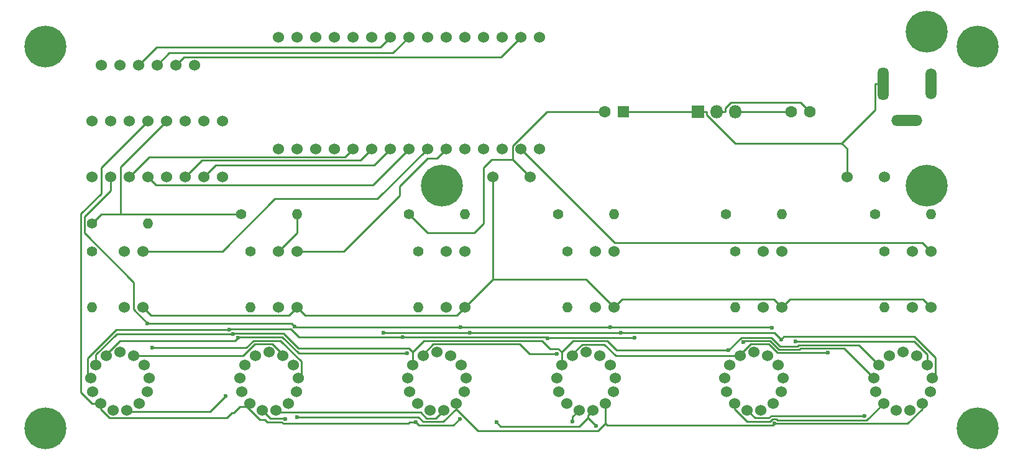
<source format=gtl>
G04 #@! TF.FileFunction,Copper,L1,Top,Signal*
%FSLAX46Y46*%
G04 Gerber Fmt 4.6, Leading zero omitted, Abs format (unit mm)*
G04 Created by KiCad (PCBNEW 4.0.7-e2-6376~58~ubuntu16.04.1) date Thu Oct 31 20:50:36 2019*
%MOMM*%
%LPD*%
G01*
G04 APERTURE LIST*
%ADD10C,0.100000*%
%ADD11C,1.524000*%
%ADD12C,1.600000*%
%ADD13R,1.600000X1.600000*%
%ADD14C,1.400000*%
%ADD15O,1.400000X1.400000*%
%ADD16R,1.800000X1.800000*%
%ADD17O,1.800000X1.800000*%
%ADD18O,1.524000X4.500000*%
%ADD19O,1.524000X4.200000*%
%ADD20O,4.200000X1.524000*%
%ADD21C,5.700000*%
%ADD22C,0.600000*%
%ADD23C,0.250000*%
G04 APERTURE END LIST*
D10*
D11*
X59690000Y-140970000D03*
X62230000Y-140970000D03*
X64770000Y-140970000D03*
X67310000Y-140970000D03*
X69850000Y-140970000D03*
X72390000Y-140970000D03*
X74930000Y-140970000D03*
X77470000Y-140970000D03*
X80010000Y-140970000D03*
X82550000Y-140970000D03*
X85090000Y-140970000D03*
X87630000Y-140970000D03*
X90170000Y-140970000D03*
X92710000Y-140970000D03*
X95250000Y-140970000D03*
X95250000Y-125730000D03*
X92710000Y-125730000D03*
X90170000Y-125730000D03*
X87630000Y-125730000D03*
X85090000Y-125730000D03*
X82550000Y-125730000D03*
X80010000Y-125730000D03*
X77470000Y-125730000D03*
X74930000Y-125730000D03*
X72390000Y-125730000D03*
X69850000Y-125730000D03*
X67310000Y-125730000D03*
X64770000Y-125730000D03*
X62230000Y-125730000D03*
X59690000Y-125730000D03*
D12*
X129540000Y-135890000D03*
X132080000Y-135890000D03*
D13*
X106680000Y-135890000D03*
D12*
X104180000Y-135890000D03*
D11*
X38100000Y-168720000D03*
X36250000Y-169180000D03*
X34810000Y-170450000D03*
X34130000Y-172240000D03*
X34360000Y-174130000D03*
X35450000Y-175710000D03*
X37150000Y-176600000D03*
X39050000Y-176600000D03*
X40750000Y-175710000D03*
X41840000Y-174130000D03*
X42070000Y-172240000D03*
X41390000Y-170450000D03*
X39950000Y-169180000D03*
X58420000Y-168720000D03*
X56570000Y-169180000D03*
X55130000Y-170450000D03*
X54450000Y-172240000D03*
X54680000Y-174130000D03*
X55770000Y-175710000D03*
X57470000Y-176600000D03*
X59370000Y-176600000D03*
X61070000Y-175710000D03*
X62160000Y-174130000D03*
X62390000Y-172240000D03*
X61710000Y-170450000D03*
X60270000Y-169180000D03*
X81280000Y-168720000D03*
X79430000Y-169180000D03*
X77990000Y-170450000D03*
X77310000Y-172240000D03*
X77540000Y-174130000D03*
X78630000Y-175710000D03*
X80330000Y-176600000D03*
X82230000Y-176600000D03*
X83930000Y-175710000D03*
X85020000Y-174130000D03*
X85250000Y-172240000D03*
X84570000Y-170450000D03*
X83130000Y-169180000D03*
X101600000Y-168720000D03*
X99750000Y-169180000D03*
X98310000Y-170450000D03*
X97630000Y-172240000D03*
X97860000Y-174130000D03*
X98950000Y-175710000D03*
X100650000Y-176600000D03*
X102550000Y-176600000D03*
X104250000Y-175710000D03*
X105340000Y-174130000D03*
X105570000Y-172240000D03*
X104890000Y-170450000D03*
X103450000Y-169180000D03*
X124460000Y-168720000D03*
X122610000Y-169180000D03*
X121170000Y-170450000D03*
X120490000Y-172240000D03*
X120720000Y-174130000D03*
X121810000Y-175710000D03*
X123510000Y-176600000D03*
X125410000Y-176600000D03*
X127110000Y-175710000D03*
X128200000Y-174130000D03*
X128430000Y-172240000D03*
X127750000Y-170450000D03*
X126310000Y-169180000D03*
X144780000Y-168720000D03*
X142930000Y-169180000D03*
X141490000Y-170450000D03*
X140810000Y-172240000D03*
X141040000Y-174130000D03*
X142130000Y-175710000D03*
X143830000Y-176600000D03*
X145730000Y-176600000D03*
X147430000Y-175710000D03*
X148520000Y-174130000D03*
X148750000Y-172240000D03*
X148070000Y-170450000D03*
X146630000Y-169180000D03*
X34290000Y-144780000D03*
X36830000Y-144780000D03*
X39370000Y-144780000D03*
X41910000Y-144780000D03*
X44450000Y-144780000D03*
X46990000Y-144780000D03*
X49530000Y-144780000D03*
X52070000Y-144780000D03*
X52070000Y-137160000D03*
X49530000Y-137160000D03*
X46990000Y-137160000D03*
X44450000Y-137160000D03*
X41910000Y-137160000D03*
X39370000Y-137160000D03*
X36830000Y-137160000D03*
X34290000Y-137160000D03*
D14*
X34290000Y-151130000D03*
D15*
X41910000Y-151130000D03*
D14*
X34290000Y-154940000D03*
D15*
X34290000Y-162560000D03*
D14*
X54610000Y-149860000D03*
D15*
X62230000Y-149860000D03*
D14*
X55880000Y-154940000D03*
D15*
X55880000Y-162560000D03*
D14*
X77470000Y-149860000D03*
D15*
X85090000Y-149860000D03*
D14*
X78740000Y-154940000D03*
D15*
X78740000Y-162560000D03*
D14*
X97790000Y-149860000D03*
D15*
X105410000Y-149860000D03*
D14*
X99060000Y-154940000D03*
D15*
X99060000Y-162560000D03*
D14*
X121920000Y-154940000D03*
D15*
X121920000Y-162560000D03*
D14*
X120650000Y-149860000D03*
D15*
X128270000Y-149860000D03*
D14*
X140970000Y-149860000D03*
D15*
X148590000Y-149860000D03*
D14*
X142240000Y-154940000D03*
D15*
X142240000Y-162560000D03*
D11*
X41275000Y-154940000D03*
X38735000Y-154940000D03*
X38735000Y-162560000D03*
X41275000Y-162560000D03*
X62230000Y-154940000D03*
X59690000Y-154940000D03*
X59690000Y-162560000D03*
X62230000Y-162560000D03*
X85090000Y-154940000D03*
X82550000Y-154940000D03*
X82550000Y-162560000D03*
X85090000Y-162560000D03*
X105410000Y-154940000D03*
X102870000Y-154940000D03*
X102870000Y-162560000D03*
X105410000Y-162560000D03*
X128270000Y-154940000D03*
X125730000Y-154940000D03*
X125730000Y-162560000D03*
X128270000Y-162560000D03*
X148590000Y-154940000D03*
X146050000Y-154940000D03*
X146050000Y-162560000D03*
X148590000Y-162560000D03*
D16*
X116840000Y-135890000D03*
D17*
X119380000Y-135890000D03*
X121920000Y-135890000D03*
D11*
X35560000Y-129540000D03*
X38100000Y-129540000D03*
X40640000Y-129540000D03*
X43180000Y-129540000D03*
X45720000Y-129540000D03*
X48260000Y-129540000D03*
X88900000Y-144780000D03*
X93980000Y-144780000D03*
X142240000Y-144780000D03*
X137160000Y-144780000D03*
D18*
X142090000Y-132080000D03*
D19*
X148590000Y-132080000D03*
D20*
X145290000Y-137080000D03*
D21*
X82000000Y-146000000D03*
X148000000Y-146000000D03*
X148000000Y-125000000D03*
X154940000Y-179070000D03*
X27940000Y-179070000D03*
X154940000Y-127000000D03*
X27940000Y-127000000D03*
D22*
X97657500Y-168970800D03*
X54163800Y-166773800D03*
X77235500Y-168881500D03*
X134584100Y-168790000D03*
X53538500Y-166201000D03*
X121004100Y-168461900D03*
X96324100Y-166834300D03*
X123047900Y-167348500D03*
X76600900Y-166669100D03*
X53005000Y-165594700D03*
X108195800Y-166703200D03*
X78431700Y-178260100D03*
X84383800Y-177820100D03*
X99764600Y-178176300D03*
X139535900Y-177376300D03*
X60655100Y-177816100D03*
X102946300Y-178773500D03*
X89435000Y-178273900D03*
X52517600Y-174683100D03*
X127252500Y-178451900D03*
X62204100Y-177578800D03*
X74006600Y-166039500D03*
X42509100Y-168114500D03*
X106325700Y-166077800D03*
X85808400Y-166039500D03*
X128158200Y-166999300D03*
X61943400Y-165226900D03*
X41876100Y-164746600D03*
X104951500Y-165305500D03*
X126930400Y-165369400D03*
X84476100Y-165313300D03*
X130168900Y-167264100D03*
D23*
X121920000Y-135890000D02*
X129540000Y-135890000D01*
X91598700Y-142398700D02*
X88741300Y-142398700D01*
X80010000Y-152400000D02*
X77470000Y-149860000D01*
X86360000Y-152400000D02*
X80010000Y-152400000D01*
X87630000Y-151130000D02*
X86360000Y-152400000D01*
X87630000Y-143510000D02*
X87630000Y-151130000D01*
X88741300Y-142398700D02*
X87630000Y-143510000D01*
X91598700Y-140537600D02*
X91598700Y-142398700D01*
X96246300Y-135890000D02*
X91598700Y-140537600D01*
X104180000Y-135890000D02*
X96246300Y-135890000D01*
X91598700Y-142398700D02*
X93980000Y-144780000D01*
X120605300Y-135430400D02*
X120605300Y-135890000D01*
X121371000Y-134664700D02*
X120605300Y-135430400D01*
X130854700Y-134664700D02*
X121371000Y-134664700D01*
X132080000Y-135890000D02*
X130854700Y-134664700D01*
X119380000Y-135890000D02*
X120605300Y-135890000D01*
X38199200Y-143410800D02*
X38199200Y-149860000D01*
X44450000Y-137160000D02*
X38199200Y-143410800D01*
X54610000Y-149860000D02*
X38199200Y-149860000D01*
X35560000Y-149860000D02*
X34290000Y-151130000D01*
X38199200Y-149860000D02*
X35560000Y-149860000D01*
X116840000Y-135890000D02*
X106680000Y-135890000D01*
X142090000Y-132080000D02*
X141002700Y-132080000D01*
X116840000Y-135890000D02*
X118065300Y-135890000D01*
X141002700Y-135677200D02*
X136451400Y-140228500D01*
X141002700Y-132080000D02*
X141002700Y-135677200D01*
X137160000Y-140937100D02*
X136451400Y-140228500D01*
X137160000Y-144780000D02*
X137160000Y-140937100D01*
X118065300Y-136349500D02*
X118065300Y-135890000D01*
X121944300Y-140228500D02*
X118065300Y-136349500D01*
X136451400Y-140228500D02*
X121944300Y-140228500D01*
X53802200Y-167135400D02*
X54163800Y-166773800D01*
X53802200Y-167135500D02*
X53802200Y-167135400D01*
X38102200Y-167135500D02*
X53802200Y-167135500D01*
X36250000Y-168987700D02*
X38102200Y-167135500D01*
X36250000Y-169180000D02*
X36250000Y-168987700D01*
X62457600Y-168881500D02*
X77235500Y-168881500D01*
X60212800Y-166636700D02*
X62457600Y-168881500D01*
X54300900Y-166636700D02*
X60212800Y-166636700D01*
X54163800Y-166773800D02*
X54300900Y-166636700D01*
X93866400Y-168970800D02*
X97657500Y-168970800D01*
X92514500Y-167618900D02*
X93866400Y-168970800D01*
X80796100Y-167618900D02*
X92514500Y-167618900D01*
X79430000Y-168985000D02*
X80796100Y-167618900D01*
X79430000Y-169180000D02*
X79430000Y-168985000D01*
X105636300Y-169180000D02*
X122610000Y-169180000D01*
X104087000Y-167630700D02*
X105636300Y-169180000D01*
X101079100Y-167630700D02*
X104087000Y-167630700D01*
X99750000Y-168959800D02*
X101079100Y-167630700D01*
X99750000Y-169180000D02*
X99750000Y-168959800D01*
X127691300Y-168790000D02*
X134584100Y-168790000D01*
X126509400Y-167608100D02*
X127691300Y-168790000D01*
X124008100Y-167608100D02*
X126509400Y-167608100D01*
X122610000Y-169006200D02*
X124008100Y-167608100D01*
X122610000Y-169180000D02*
X122610000Y-169006200D01*
X77466700Y-168140900D02*
X77990000Y-168664200D01*
X62430700Y-168140900D02*
X77466700Y-168140900D01*
X60396600Y-166106800D02*
X62430700Y-168140900D01*
X53632700Y-166106800D02*
X60396600Y-166106800D01*
X53538500Y-166201000D02*
X53632700Y-166106800D01*
X77990000Y-168664200D02*
X77990000Y-170450000D01*
X97843400Y-168230200D02*
X98310000Y-168696800D01*
X96694500Y-168230200D02*
X97843400Y-168230200D01*
X95583800Y-167119500D02*
X96694500Y-168230200D01*
X79534700Y-167119500D02*
X95583800Y-167119500D01*
X77990000Y-168664200D02*
X79534700Y-167119500D01*
X98310000Y-168696800D02*
X98310000Y-170450000D01*
X105780400Y-168461900D02*
X121004100Y-168461900D01*
X104498900Y-167180400D02*
X105780400Y-168461900D01*
X99826400Y-167180400D02*
X104498900Y-167180400D01*
X98310000Y-168696800D02*
X99826400Y-167180400D01*
X138754400Y-167714400D02*
X141490000Y-170450000D01*
X130603000Y-167714400D02*
X138754400Y-167714400D01*
X130428000Y-167889400D02*
X130603000Y-167714400D01*
X128064500Y-167889400D02*
X130428000Y-167889400D01*
X126882600Y-166707500D02*
X128064500Y-167889400D01*
X122758500Y-166707500D02*
X126882600Y-166707500D01*
X121004100Y-168461900D02*
X122758500Y-166707500D01*
X53519500Y-166220000D02*
X53538500Y-166201000D01*
X37647500Y-166220000D02*
X53519500Y-166220000D01*
X34810000Y-169057500D02*
X37647500Y-166220000D01*
X34810000Y-170450000D02*
X34810000Y-169057500D01*
X96158900Y-166669100D02*
X96324100Y-166834300D01*
X76600900Y-166669100D02*
X96158900Y-166669100D01*
X96455200Y-166703200D02*
X108195800Y-166703200D01*
X96324100Y-166834300D02*
X96455200Y-166703200D01*
X136734700Y-168164700D02*
X140810000Y-172240000D01*
X130789600Y-168164700D02*
X136734700Y-168164700D01*
X130614600Y-168339700D02*
X130789600Y-168164700D01*
X127877900Y-168339700D02*
X130614600Y-168339700D01*
X126696000Y-167157800D02*
X127877900Y-168339700D01*
X123238600Y-167157800D02*
X126696000Y-167157800D01*
X123047900Y-167348500D02*
X123238600Y-167157800D01*
X62501300Y-166669100D02*
X76600900Y-166669100D01*
X61394500Y-165562300D02*
X62501300Y-166669100D01*
X53037400Y-165562300D02*
X61394500Y-165562300D01*
X53005000Y-165594700D02*
X53037400Y-165562300D01*
X37628100Y-165594700D02*
X53005000Y-165594700D01*
X33690900Y-169531900D02*
X37628100Y-165594700D01*
X33690900Y-171800900D02*
X33690900Y-169531900D01*
X34130000Y-172240000D02*
X33690900Y-171800900D01*
X34331400Y-175710000D02*
X35450000Y-175710000D01*
X32803200Y-174181800D02*
X34331400Y-175710000D01*
X32803200Y-149812800D02*
X32803200Y-174181800D01*
X35560000Y-147056000D02*
X32803200Y-149812800D01*
X35560000Y-143510000D02*
X35560000Y-147056000D01*
X41910000Y-137160000D02*
X35560000Y-143510000D01*
X55367800Y-176112200D02*
X55770000Y-175710000D01*
X55367700Y-176112200D02*
X55367800Y-176112200D01*
X54668200Y-176112200D02*
X55367700Y-176112200D01*
X54650700Y-176129700D02*
X54668200Y-176112200D01*
X54454200Y-176129700D02*
X54650700Y-176129700D01*
X53615600Y-176968300D02*
X54454200Y-176129700D01*
X53392400Y-176968300D02*
X53615600Y-176968300D01*
X52661400Y-177699300D02*
X53392400Y-176968300D01*
X36675400Y-177699300D02*
X52661400Y-177699300D01*
X35450000Y-176473900D02*
X36675400Y-177699300D01*
X35450000Y-175710000D02*
X35450000Y-176473900D01*
X121810000Y-176445600D02*
X121810000Y-175710000D01*
X123541100Y-178176700D02*
X121810000Y-176445600D01*
X126643400Y-178176700D02*
X123541100Y-178176700D01*
X126993500Y-177826600D02*
X126643400Y-178176700D01*
X127511600Y-177826600D02*
X126993500Y-177826600D01*
X127686600Y-178001600D02*
X127511600Y-177826600D01*
X139838400Y-178001600D02*
X127686600Y-178001600D01*
X142130000Y-175710000D02*
X139838400Y-178001600D01*
X78873200Y-178701600D02*
X78431700Y-178260100D01*
X83502300Y-178701600D02*
X78873200Y-178701600D01*
X84383800Y-177820100D02*
X83502300Y-178701600D01*
X77590000Y-178260100D02*
X78431700Y-178260100D01*
X77395300Y-178454800D02*
X77590000Y-178260100D01*
X60381400Y-178454800D02*
X77395300Y-178454800D01*
X60157100Y-178230500D02*
X60381400Y-178454800D01*
X58142600Y-178230500D02*
X60157100Y-178230500D01*
X57824200Y-177912100D02*
X58142600Y-178230500D01*
X57167600Y-177912100D02*
X57824200Y-177912100D01*
X55367800Y-176112200D02*
X57167600Y-177912100D01*
X99764600Y-177485400D02*
X99764600Y-178176300D01*
X100650000Y-176600000D02*
X99764600Y-177485400D01*
X126806900Y-177376300D02*
X139535900Y-177376300D01*
X126487400Y-177695800D02*
X126806900Y-177376300D01*
X124605800Y-177695800D02*
X126487400Y-177695800D01*
X123510000Y-176600000D02*
X124605800Y-177695800D01*
X60601400Y-177762400D02*
X60655100Y-177816100D01*
X58632400Y-177762400D02*
X60601400Y-177762400D01*
X57470000Y-176600000D02*
X58632400Y-177762400D01*
X101840200Y-177309800D02*
X101840200Y-177687400D01*
X102550000Y-176600000D02*
X101840200Y-177309800D01*
X102926300Y-178773500D02*
X102946300Y-178773500D01*
X101840200Y-177687400D02*
X102926300Y-178773500D01*
X89968700Y-178807600D02*
X89435000Y-178273900D01*
X100720000Y-178807600D02*
X89968700Y-178807600D01*
X101840200Y-177687400D02*
X100720000Y-178807600D01*
X81119200Y-177710800D02*
X82230000Y-176600000D01*
X79863900Y-177710800D02*
X81119200Y-177710800D01*
X79050600Y-176897500D02*
X79863900Y-177710800D01*
X59667500Y-176897500D02*
X79050600Y-176897500D01*
X59370000Y-176600000D02*
X59667500Y-176897500D01*
X50382300Y-176818400D02*
X52517600Y-174683100D01*
X39268400Y-176818400D02*
X50382300Y-176818400D01*
X39050000Y-176600000D02*
X39268400Y-176818400D01*
X82164000Y-178203900D02*
X83930000Y-176437900D01*
X79390900Y-178203900D02*
X82164000Y-178203900D01*
X78765800Y-177578800D02*
X79390900Y-178203900D01*
X62204100Y-177578800D02*
X78765800Y-177578800D01*
X83930000Y-176437900D02*
X83930000Y-175710000D01*
X103244500Y-179413600D02*
X104250000Y-178408100D01*
X86905700Y-179413600D02*
X103244500Y-179413600D01*
X83930000Y-176437900D02*
X86905700Y-179413600D01*
X104250000Y-178408100D02*
X104250000Y-175710000D01*
X147430000Y-176444500D02*
X147430000Y-175710000D01*
X145422600Y-178451900D02*
X147430000Y-176444500D01*
X127252500Y-178451900D02*
X145422600Y-178451900D01*
X104479900Y-178638000D02*
X104250000Y-178408100D01*
X127066400Y-178638000D02*
X104479900Y-178638000D01*
X127252500Y-178451900D02*
X127066400Y-178638000D01*
X85808400Y-166039500D02*
X74006600Y-166039500D01*
X62804400Y-171825600D02*
X62390000Y-172240000D01*
X62804400Y-169980300D02*
X62804400Y-171825600D01*
X59950500Y-167126400D02*
X62804400Y-169980300D01*
X56305500Y-167126400D02*
X59950500Y-167126400D01*
X55317400Y-168114500D02*
X56305500Y-167126400D01*
X42509100Y-168114500D02*
X55317400Y-168114500D01*
X85846700Y-166077800D02*
X106325700Y-166077800D01*
X85808400Y-166039500D02*
X85846700Y-166077800D01*
X127236700Y-166077800D02*
X128158200Y-166999300D01*
X106325700Y-166077800D02*
X127236700Y-166077800D01*
X128552200Y-166605300D02*
X128158200Y-166999300D01*
X146328900Y-166605300D02*
X128552200Y-166605300D01*
X149205500Y-169481900D02*
X146328900Y-166605300D01*
X149205500Y-171784500D02*
X149205500Y-169481900D01*
X148750000Y-172240000D02*
X149205500Y-171784500D01*
X40005000Y-162875500D02*
X41876100Y-164746600D01*
X40005000Y-159178700D02*
X40005000Y-162875500D01*
X33258500Y-152432200D02*
X40005000Y-159178700D01*
X33258500Y-150253100D02*
X33258500Y-152432200D01*
X36830000Y-146681600D02*
X33258500Y-150253100D01*
X36830000Y-144780000D02*
X36830000Y-146681600D01*
X61463100Y-164746600D02*
X41876100Y-164746600D01*
X61943400Y-165226900D02*
X61463100Y-164746600D01*
X84476100Y-165305500D02*
X84476100Y-165313300D01*
X62022000Y-165305500D02*
X84476100Y-165305500D01*
X61943400Y-165226900D02*
X62022000Y-165305500D01*
X84476100Y-165305500D02*
X104951500Y-165305500D01*
X126866500Y-165305500D02*
X104951500Y-165305500D01*
X126930400Y-165369400D02*
X126866500Y-165305500D01*
X148070000Y-169049200D02*
X148070000Y-170450000D01*
X146284900Y-167264100D02*
X148070000Y-169049200D01*
X130168900Y-167264100D02*
X146284900Y-167264100D01*
X60270000Y-168993200D02*
X60270000Y-169180000D01*
X58870100Y-167593300D02*
X60270000Y-168993200D01*
X56475500Y-167593300D02*
X58870100Y-167593300D01*
X54888800Y-169180000D02*
X56475500Y-167593300D01*
X39950000Y-169180000D02*
X54888800Y-169180000D01*
X42092700Y-142057300D02*
X39370000Y-144780000D01*
X68762700Y-142057300D02*
X42092700Y-142057300D01*
X69850000Y-140970000D02*
X68762700Y-142057300D01*
X42997300Y-145867300D02*
X41910000Y-144780000D01*
X72572700Y-145867300D02*
X42997300Y-145867300D01*
X77470000Y-140970000D02*
X72572700Y-145867300D01*
X49262200Y-142507800D02*
X46990000Y-144780000D01*
X70852200Y-142507800D02*
X49262200Y-142507800D01*
X72390000Y-140970000D02*
X70852200Y-142507800D01*
X51143900Y-143166100D02*
X49530000Y-144780000D01*
X72733900Y-143166100D02*
X51143900Y-143166100D01*
X74930000Y-140970000D02*
X72733900Y-143166100D01*
X62230000Y-152400000D02*
X62230000Y-149860000D01*
X59690000Y-154940000D02*
X62230000Y-152400000D01*
X52070000Y-154940000D02*
X41275000Y-154940000D01*
X59199500Y-147810500D02*
X52070000Y-154940000D01*
X73169500Y-147810500D02*
X59199500Y-147810500D01*
X80010000Y-140970000D02*
X73169500Y-147810500D01*
X42362400Y-163647400D02*
X41275000Y-162560000D01*
X61142600Y-163647400D02*
X42362400Y-163647400D01*
X62230000Y-162560000D02*
X61142600Y-163647400D01*
X63348500Y-163678500D02*
X62230000Y-162560000D01*
X83971500Y-163678500D02*
X63348500Y-163678500D01*
X85090000Y-162560000D02*
X83971500Y-163678500D01*
X129357400Y-161472600D02*
X128270000Y-162560000D01*
X147502600Y-161472600D02*
X129357400Y-161472600D01*
X148590000Y-162560000D02*
X147502600Y-161472600D01*
X106497400Y-161472600D02*
X105410000Y-162560000D01*
X127182600Y-161472600D02*
X106497400Y-161472600D01*
X128270000Y-162560000D02*
X127182600Y-161472600D01*
X88900000Y-144780000D02*
X88900000Y-158750000D01*
X88900000Y-158750000D02*
X85090000Y-162560000D01*
X101600000Y-158750000D02*
X88900000Y-158750000D01*
X105410000Y-162560000D02*
X101600000Y-158750000D01*
X82550000Y-140970000D02*
X81280000Y-142240000D01*
X68580000Y-154940000D02*
X62230000Y-154940000D01*
X76200000Y-147320000D02*
X68580000Y-154940000D01*
X76200000Y-146050000D02*
X76200000Y-147320000D01*
X80010000Y-142240000D02*
X76200000Y-146050000D01*
X81280000Y-142240000D02*
X80010000Y-142240000D01*
X147407700Y-153757700D02*
X148590000Y-154940000D01*
X105497700Y-153757700D02*
X147407700Y-153757700D01*
X92710000Y-140970000D02*
X105497700Y-153757700D01*
X89998900Y-128441100D02*
X92710000Y-125730000D01*
X46818900Y-128441100D02*
X89998900Y-128441100D01*
X45720000Y-129540000D02*
X46818900Y-128441100D01*
X75310300Y-127889700D02*
X77470000Y-125730000D01*
X44830300Y-127889700D02*
X75310300Y-127889700D01*
X43180000Y-129540000D02*
X44830300Y-127889700D01*
X73547100Y-127112900D02*
X74930000Y-125730000D01*
X43067100Y-127112900D02*
X73547100Y-127112900D01*
X40640000Y-129540000D02*
X43067100Y-127112900D01*
M02*

</source>
